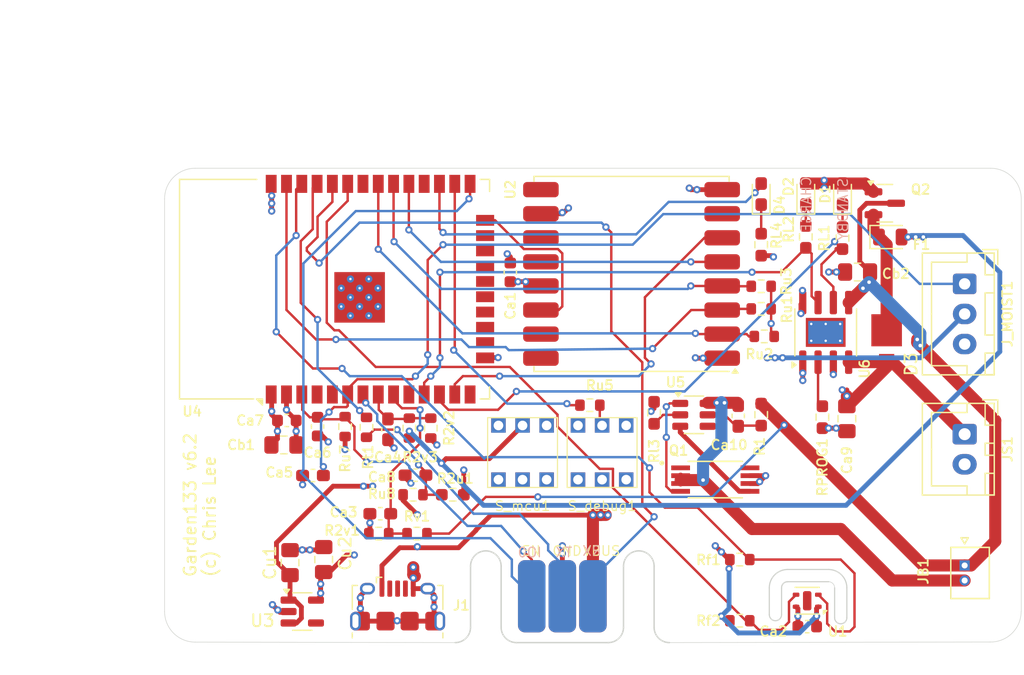
<source format=kicad_pcb>
(kicad_pcb (version 20241229) (generator "pcbnew") (generator_version "9.0")
  (layers (0 "F.Cu" signal) (4 "In1.Cu" signal) (6 "In2.Cu" signal) (2 "B.Cu" signal) (13 "F.Paste" user) (15 "B.Paste" user) (5 "F.SilkS" user "F.Silkscreen") (7 "B.SilkS" user "B.Silkscreen") (1 "F.Mask" user) (3 "B.Mask" user) (25 "Edge.Cuts" user))
  (net 0 "")
  (net 1 "LDO power")
  (net 2 "GND")
  (net 3 "Net-(D4-K)")
  (net 4 "VBATTERY+")
  (net 5 "EN")
  (net 6 "+3.3V")
  (net 7 "+5V")
  (net 8 "ADC1_CH4")
  (net 9 "Net-(D1-K)")
  (net 10 "Net-(D2-K)")
  (net 11 "VBUS")
  (net 15 "GPIO27")
  (net 16 "GPIO26")
  (net 17 "ADC1_CH5")
  (net 18 "Net-(U6-PROG)")
  (net 19 "RXC")
  (net 20 "TX")
  (net 21 "ADC1_CH6")
  (net 22 "GPIO21")
  (net 24 "GPIO22")
  (net 26 "GPIO14")
  (net 27 "GPIO2")
  (net 31 "GPIO18")
  (net 33 "GPIO19")
  (net 34 "GPIO23")
  (net 35 "GPIO5")
  (net 37 "ADC1_CH7")
  (net 38 "Net-(U5-VCC)")
  (net 39 "Net-(D3-K)")
  (net 40 "Net-(U5-CS)")
  (net 41 "RX")
  (net 42 "GPIO16")
  (net 43 "GPIO0")
  (net 52 "GPIO4")
  (net 56 "Net-(U5-OC)")
  (net 57 "Net-(U5-OD)")
  (net 66 "Net-(Ru5-Pad2)")
  (footprint "LED_SMD:LED_0603_1608Metric_Pad1.05x0.95mm_HandSolder" (layer "F.Cu") (at 73.555 22.465 90)
    (property "Reference" "D2")
    (property "Value" "RED")
  )
  (footprint "Resistor_SMD:R_0603_1608Metric_Pad0.98x0.95mm_HandSolder" (layer "F.Cu") (at 74.93 41.0015 -90)
    (property "Reference" "RPROG1")
    (property "Value" "1.2k")
  )
  (footprint "chl33_library:MOLEX_530470210" (layer "F.Cu") (at 86.741 53.32 90)
    (property "Reference" "JB1")
    (property "Value" "Conn_01x02_Pin" (hide yes))
  )
  (footprint "Package_TO_SOT_SMD:SOT-23" (layer "F.Cu") (at 80.1105 23.227)
    (property "Reference" "Q2")
    (property "Value" "AO3401A")
  )
  (footprint "Resistor_SMD:R_0603_1608Metric" (layer "F.Cu") (at 35.306 41.783 -90)
    (property "Reference" "Ru7")
    (property "Value" "10k" (hide yes))
  )
  (footprint "Resistor_SMD:R_0603_1608Metric" (layer "F.Cu") (at 38.1 50.673)
    (property "Reference" "R2v1")
    (property "Value" "200k" (hide yes))
  )
  (footprint "Sensor_Humidity:Sensirion_DFN-4-1EP_2x2mm_P1mm_EP0.7x1.6mm" (layer "F.Cu") (at 73.669 56.253 180)
    (property "Reference" "U1")
    (property "Value" "SHTC3")
  )
  (footprint "Capacitor_SMD:C_0805_2012Metric_Pad1.18x1.45mm_HandSolder" (layer "F.Cu") (at 30.226 43.307 180)
    (property "Reference" "Cb1")
    (property "Value" "10uF" (hide yes))
  )
  (footprint "chl33_library:MountingHole_2.5mm_stencil_hole" (layer "F.Cu") (at 88.9 22.86)
    (property "Reference" "REF**" (hide yes))
    (property "Value" "MountingHole_2.5mm_stencil_hole" (hide yes))
  )
  (footprint "chl33_library:DO-216" (layer "F.Cu") (at 80.264 33.782 -90)
    (property "Reference" "D3")
    (property "Value" "UPS115UE3/TR7")
  )
  (footprint "Capacitor_SMD:C_0603_1608Metric" (layer "F.Cu") (at 30.467 41.275 180)
    (property "Reference" "Ca7")
    (property "Value" "100nF" (hide yes))
  )
  (footprint "Resistor_SMD:R_0603_1608Metric_Pad0.98x0.95mm_HandSolder" (layer "F.Cu") (at 60.96 40.64 -90)
    (property "Reference" "Rl3")
    (property "Value" "1k" (hide yes))
  )
  (footprint "Capacitor_SMD:C_0603_1608Metric_Pad1.08x0.95mm_HandSolder" (layer "F.Cu") (at 32.639 45.847)
    (property "Reference" "Ca5")
    (property "Value" "100nF" (hide yes))
  )
  (footprint "Package_TO_SOT_SMD:SOT-23-6" (layer "F.Cu") (at 64.2675 40.8065)
    (property "Reference" "U5")
    (property "Value" "DW01A")
  )
  (footprint "Capacitor_SMD:C_0603_1608Metric" (layer "F.Cu") (at 49.022 28.969 -90)
    (property "Reference" "Ca1")
    (property "Value" "100nF" (hide yes))
  )
  (footprint "Resistor_SMD:R_0603_1608Metric" (layer "F.Cu") (at 37.084 41.846 -90)
    (property "Reference" "Rt1")
    (property "Value" "470" (hide yes))
  )
  (footprint "Capacitor_SMD:C_0603_1608Metric_Pad1.08x0.95mm_HandSolder" (layer "F.Cu") (at 38.862 42.0105 90)
    (property "Reference" "Ca4")
    (property "Value" "100nF" (hide yes))
  )
  (footprint "Capacitor_SMD:C_0603_1608Metric" (layer "F.Cu") (at 73.673 58.404 180)
    (property "Reference" "Ca2")
    (property "Value" "100nF" (hide yes))
  )
  (footprint "chl33_library:SOP65P640X120-8N" (layer "F.Cu") (at 66.04 46.187)
    (property "Reference" "Q1")
    (property "Value" "FS8205A")
  )
  (footprint "LED_SMD:LED_0603_1608Metric_Pad1.05x0.95mm_HandSolder" (layer "F.Cu") (at 76.603 22.465 90)
    (property "Reference" "D1")
    (property "Value" "GRN")
  )
  (footprint "Connector_USB:USB_Micro-B_Amphenol_10118194_Horizontal" (layer "F.Cu") (at 39.664 56.645)
    (property "Reference" "J1")
    (property "Value" "USB_B_Micro")
  )
  (footprint "Package_TO_SOT_SMD:TSOT-23-5" (layer "F.Cu") (at 31.75 57.15)
    (property "Reference" "U3")
    (property "Value" "NCP114ASN330T1G")
  )
  (footprint "Capacitor_SMD:C_0603_1608Metric" (layer "F.Cu") (at 33.02 41.783 90)
    (property "Reference" "Ca6")
    (property "Value" "100nF" (hide yes))
  )
  (footprint "Resistor_SMD:R_0603_1608Metric" (layer "F.Cu") (at 40.64 41.91 -90)
    (property "Reference" "R2v3")
    (property "Value" "200k" (hide yes))
  )
  (footprint "Capacitor_SMD:C_0805_2012Metric_Pad1.18x1.45mm_HandSolder" (layer "F.Cu") (at 30.734 53.086 90)
    (property "Reference" "Cu1")
    (property "Value" "1uF" (hide yes))
  )
  (footprint "Resistor_SMD:R_0603_1608Metric" (layer "F.Cu") (at 40.9448 47.4472)
    (property "Reference" "Ru8")
    (property "Value" "20k" (hide yes))
  )
  (footprint "Connector_JST:JST_XH_B2B-XH-A_1x02_P2.50mm_Vertical" (layer "F.Cu") (at 86.741 42.414 -90)
    (property "Reference" "JS1")
    (property "Value" "Conn_01x02_Pin" (hide yes))
  )
  (footprint "Capacitor_SMD:C_0805_2012Metric_Pad1.18x1.45mm_HandSolder" (layer "F.Cu") (at 77.8515 28.942 180)
    (property "Reference" "Cb2")
    (property "Value" "10uF" (hide yes))
  )
  (footprint "Capacitor_SMD:C_0603_1608Metric_Pad1.08x0.95mm_HandSolder" (layer "F.Cu") (at 67.945 40.894 90)
    (property "Reference" "Ca10")
    (property "Value" "100nF" (hide yes))
  )
  (footprint "chl33_library:MountingHole_2.5mm_stencil_hole" (layer "F.Cu") (at 22.86 57.15)
    (property "Reference" "REF**" (hide yes))
    (property "Value" "MountingHole_2.5mm_stencil_hole" (hide yes))
  )
  (footprint "Resistor_SMD:R_0603_1608Metric" (layer "F.Cu") (at 68.072 57.912 180)
    (property "Reference" "Rf2")
    (property "Value" "2.2k" (hide yes))
  )
  (footprint "Capacitor_SMD:C_0603_1608Metric_Pad1.08x0.95mm_HandSolder" (layer "F.Cu") (at 41.148 45.8216)
    (property "Reference" "Ca8")
    (property "Value" "100nF" (hide yes))
  )
  (footprint "Diode_SMD:D_0805_2012Metric" (layer "F.Cu") (at 80.5665 26.035)
    (property "Reference" "F1")
    (property "Value" "0.5A" (hide yes))
  )
  (footprint "Resistor_SMD:R_0603_1608Metric" (layer "F.Cu") (at 55.626 40.005)
    (property "Reference" "Ru5")
    (property "Value" "10k" (hide yes))
  )
  (footprint "AliExpressSwitch:SW_SPDT_5.8x5.8_locking" (layer "F.Cu") (at 50.038 43.942)
    (property "Reference" "S_mcu1")
    (property "Value" "SW_DPDY")
  )
  (footprint "RF_Module:ESP32-WROOM-32" (layer "F.Cu") (at 37.42 30.366 90)
    (property "Reference" "U4")
    (property "Value" "ESP32-WROOM-32")
  )
  (footprint "Resistor_SMD:R_0603_1608Metric_Pad0.98x0.95mm_HandSolder" (layer "F.Cu") (at 69.85 40.7905 -90)
    (property "Reference" "R1")
    (property "Value" "100" (hide yes))
  )
  (footprint "AliExpressSwitch:SW_SPDT_5.8x5.8_locking" (layer "F.Cu") (at 56.642 43.942)
    (property "Reference" "S_debug1")
    (property "Value" "SW_DPDT")
  )
  (footprint "LED_SMD:LED_0603_1608Metric_Pad1.05x0.95mm_HandSolder" (layer "F.Cu") (at 69.85 22.465 90)
    (property "Reference" "D4")
    (property "Value" "YLW")
  )
  (footprint "Resistor_SMD:R_0603_1608Metric" (layer "F.Cu") (at 69.85 30.1244 180)
    (property "Reference" "Ru3")
    (property "Value" "10k" (hide yes))
  )
  (footprint "Resistor_SMD:R_0603_1608Metric" (layer "F.Cu") (at 41.275 50.673)
    (property "Reference" "Rv1")
    (property "Value" "100k" (hide yes))
  )
  (footprint "Resistor_SMD:R_0603_1608Metric" (layer "F.Cu") (at 42.418 41.91 90)
    (property "Reference" "R2v2")
    (property "Value" "200k" (hide yes))
  )
  (footprint "Resistor_SMD:R_0603_1608Metric_Pad0.98x0.95mm_HandSolder" (layer "F.Cu") (at 76.603 26.1245 -90)
    (property "Reference" "RL1")
    (property "Value" "1k" (hide yes))
  )
  (footprint "Resistor_SMD:R_0603_1608Metric" (layer "F.Cu") (at 70.104 34.29 180)
    (property "Reference" "Ru2")
    (property "Value" "10k" (hide yes))
  )
  (footprint "Resistor_SMD:R_0603_1608Metric_Pad0.98x0.95mm_HandSolder" (layer "F.Cu") (at 44.2468 47.4472 180)
    (property "Reference" "R2u1")
    (property "Value" "20k" (hide yes))
  )
  (footprint "Resistor_SMD:R_0603_1608Metric_Pad0.98x0.95mm_HandSolder" (layer "F.Cu") (at 73.555 26.021 -90)
    (property "Reference" "RL2")
    (property "Value" "1k" (hide yes))
  )
  (footprint "Package_SO:SOIC-8-1EP_3.9x4.9mm_P1.27mm_EP2.41x3.3mm_ThermalVias" (layer "F.Cu") (at 75.206 33.957 90)
    (property "Reference" "U6")
    (property "Value" "TP4056")
  )
  (footprint "Capacitor_SMD:C_0805_2012Metric_Pad1.18x1.45mm_HandSolder" (layer "F.Cu") (at 76.962 41.1265 -90)
    (property "Reference" "Ca9")
    (property "Value" "100nF" (hide yes))
  )
  (footprint "RF_Module:HOPERF_RFM9XW_SMD" (layer "F.Cu") (at 59.087 29.098 180)
    (property "Reference" "U2")
    (property "Value" "RFM95W-915S2")
  )
  (footprint "Resistor_SMD:R_0603_1608Metric_Pad0.98x0.95mm_HandSolder" (layer "F.Cu") (at 69.85 26.67 -90)
    (property "Reference" "RL4")
    (property "Value" "1k" (hide yes))
  )
  (footprint "chl33_library:EdgeConnector_2x3" (layer "F.Cu") (at 53.34 58.46 180)
    (property "Reference" "J2" (hide yes))
    (property "Value" "Edge2x6_Connector" (hide yes))
    (fp_line (start 7.62 5.08) (end 7.62 0) (stroke (width 0.12)) (layer "Edge.Cuts"))
    (fp_line (start 5.08 0) (end 5.08 5.08) (stroke (width 0.12)) (layer "Edge.Cuts"))
    (fp_line (start -3.81 -1.27) (end 3.81 -1.27) (stroke (width 0.12)) (layer "Edge.Cuts"))
    (fp_line (start -5.08 5.08) (end -5.08 0) (stroke (width 0.12)) (layer "Edge.Cuts"))
    (fp_line (start -7.62 5.08) (end -7.62 0) (stroke (width 0.12)) (layer "Edge.Cuts"))
    (fp_arc (start 7.62 5.08) (mid 6.35 6.35) (end 5.08 5.08) (stroke (width 0.12)) (layer "Edge.Cuts"))
    (fp_arc (start 7.62 0) (mid 7.991974 -0.898026) (end 8.89 -1.27) (stroke (width 0.12)) (layer "Edge.Cuts"))
    (fp_arc (start 3.81 -1.27) (mid 4.708026 -0.898026) (end 5.08 0) (stroke (width 0.12)) (layer "Edge.Cuts"))
    (fp_arc (start -5.08 5.08) (mid -6.35 6.35) (end -7.62 5.08) (stroke (width 0.12)) (layer "Edge.Cuts"))
    (fp_arc (start -5.08 0) (mid -4.708026 -0.898026) (end -3.81 -1.27) (stroke (width 0.12)) (layer "Edge.Cuts"))
    (fp_arc (start -8.89 -1.27) (mid -7.991974 -0.898026) (end -7.62 0) (stroke (width 0.12)) (layer "Edge.Cuts"))
  )
  (footprint "Resistor_SMD:R_0603_1608Metric" (layer "F.Cu") (at 69.85 32.004 180)
    (property "Reference" "Ru1")
    (property "Value" "10k" (hide yes))
  )
  (footprint "Capacitor_SMD:C_0603_1608Metric_Pad1.08x0.95mm_HandSolder" (layer "F.Cu") (at 38.227 49.022)
    (property "Reference" "Ca3")
    (property "Value" "100nF" (hide yes))
  )
  (footprint "Connector_JST:JST_XH_B3B-XH-A_1x03_P2.50mm_Vertical" (layer "F.Cu") (at 86.741 29.925 -90)
    (property "Reference" "J_MOIST1")
    (property "Value" "Conn_01x03_Male" (hide yes))
  )
  (footprint "Capacitor_SMD:C_0805_2012Metric_Pad1.18x1.45mm_HandSolder" (layer "F.Cu") (at 33.528 52.832 90)
    (property "Reference" "Cu2")
    (property "Value" "1uF" (hide yes))
  )
  (footprint "Resistor_SMD:R_0603_1608Metric" (layer "F.Cu") (at 68.072 52.832 180)
    (property "Reference" "Rf1")
    (property "Value" "2.2k" (hide yes))
  )
  (gr_line (start 75.459819 54.6716) (end 72.048841 54.6716) (stroke (width 0.1)) (layer "Edge.Cuts"))
  (gr_arc (start 22.86 59.69) (mid 21.063949 58.946051) (end 20.32 57.15) (stroke (width 0.05)) (layer "Edge.Cuts"))
  (gr_line (start 70.524841 57.403959) (end 70.524841 55.1796) (stroke (width 0.1)) (layer "Edge.Cuts"))
  (gr_arc (start 76.962 57.657969) (mid 76.454 58.166) (end 75.946 57.657969) (stroke (width 0.1)) (layer "Edge.Cuts"))
  (gr_line (start 71.540841 55.1796) (end 71.540841 57.403959) (stroke (width 0.1)) (layer "Edge.Cuts"))
  (gr_arc (start 71.540841 57.403959) (mid 71.03284 57.912) (end 70.524841 57.403959) (stroke (width 0.1)) (layer "Edge.Cuts"))
  (gr_line (start 62.23 59.73) (end 88.863964 59.680655) (stroke (width 0.05)) (layer "Edge.Cuts"))
  (gr_line (start 22.86 59.69) (end 44.45 59.73) (stroke (width 0.05)) (layer "Edge.Cuts"))
  (gr_arc (start 20.32 22.86) (mid 21.063949 21.063949) (end 22.86 20.32) (stroke (width 0.05)) (layer "Edge.Cuts"))
  (gr_arc (start 70.524841 55.1796) (mid 70.971219 54.101978) (end 72.048841 53.6556) (stroke (width 0.1)) (layer "Edge.Cuts"))
  (gr_line (start 91.44 57.15) (end 91.44 22.86) (stroke (width 0.05)) (layer "Edge.Cuts"))
  (gr_arc (start 88.9 20.32) (mid 90.696051 21.063949) (end 91.44 22.86) (stroke (width 0.05)) (layer "Edge.Cuts"))
  (gr_line (start 72.048841 53.6556) (end 75.438 53.6556) (stroke (width 0.1)) (layer "Edge.Cuts"))
  (gr_arc (start 71.540841 55.1796) (mid 71.68964 54.820399) (end 72.048841 54.6716) (stroke (width 0.1)) (layer "Edge.Cuts"))
  (gr_line (start 76.962 55.1796) (end 76.962 57.657969) (stroke (width 0.1)) (layer "Edge.Cuts"))
  (gr_arc (start 75.438 53.6556) (mid 76.515601 54.101999) (end 76.962 55.1796) (stroke (width 0.1)) (layer "Edge.Cuts"))
  (gr_arc (start 91.430912 57.15) (mid 90.676839 58.952321) (end 88.863964 59.680655) (stroke (width 0.05)) (layer "Edge.Cuts"))
  (gr_arc (start 75.459799 54.672072) (mid 75.804807 54.828211) (end 75.946 55.1796) (stroke (width 0.05)) (layer "Edge.Cuts"))
  (gr_line (start 20.32 22.86) (end 20.32 57.15) (stroke (width 0.05)) (layer "Edge.Cuts"))
  (gr_line (start 75.946 57.657969) (end 75.946 55.1796) (stroke (width 0.1)) (layer "Edge.Cuts"))
  (gr_line (start 88.9 20.32) (end 22.86 20.32) (stroke (width 0.05)) (layer "Edge.Cuts"))
  (gr_text "EN" (at 49.911 52.578 0) (layer "F.SilkS") (effects (font (size 0.8 0.8) (thickness 0.1)) (justify left bottom)))
  (gr_text "GND" (at 52.451 52.578 0) (layer "F.SilkS") (effects (font (size 0.8 0.8) (thickness 0.1)) (justify left bottom)))
  (gr_text "Garden133 v6.2\n(c) Chris Lee" (at 24.638 54.366 90) (layer "F.SilkS") (effects (font (size 1 1) (thickness 0.15) (bold yes)) (justify left bottom)))
  (gr_text "VBUS" (at 54.991 52.578 0) (layer "F.SilkS") (effects (font (size 0.8 0.8) (thickness 0.1)) (justify left bottom)))
  (gr_text "RX" (at 56.642 52.578 0) (layer "B.SilkS") (effects (font (size 0.8 0.8) (thickness 0.1)) (justify left bottom mirror)))
  (gr_text "CHARGE" (at 74.063 20.941 90) (layer "B.SilkS") (effects (font (size 0.8 0.8) (thickness 0.1)) (justify left bottom mirror)))
  (gr_text "IO0" (at 51.689 52.705 0) (layer "B.SilkS") (effects (font (size 0.8 0.8) (thickness 0.1)) (justify left bottom mirror)))
  (gr_text "STANDBY" (at 77.111 21.068 90) (layer "B.SilkS") (effects (font (size 0.8 0.8) (thickness 0.1)) (justify left bottom mirror)))
  (gr_text "TX" (at 54.229 52.705 0) (layer "B.SilkS") (effects (font (size 0.8 0.8) (thickness 0.1)) (justify left bottom mirror)))
  (segment (start 30.734 56.0785) (end 30.6125 56.2) (width 0.4) (layer "F.Cu") (net 1))
  (segment (start 31.274999 58.1) (end 31.676 57.698999) (width 0.4) (layer "F.Cu") (net 1))
  (segment (start 30.734 54.1235) (end 29.608 52.9975) (width 0.4) (layer "F.Cu") (net 1))
  (segment (start 31.108388 56.2) (end 30.6125 56.2) (width 0.4) (layer "F.Cu") (net 1))
  (segment (start 29.608 51.43442) (end 34.30642 46.736) (width 0.4) (layer "F.Cu") (net 1))
  (segment (start 30.734 54.1235) (end 30.734 56.0785) (width 0.4) (layer "F.Cu") (net 1))
  (segment (start 31.676 57.698999) (end 31.676 56.767612) (width 0.4) (layer "F.Cu") (net 1))
  (segment (start 34.30642 46.736) (end 37.084 46.736) (width 0.4) (layer "F.Cu") (net 1))
  (segment (start 31.676 56.767612) (end 31.108388 56.2) (width 0.4) (layer "F.Cu") (net 1))
  (segment (start 37.084 46.736) (end 37.592 46.736) (width 0.4) (layer "F.Cu") (net 1))
  (segment (start 29.608 52.9975) (end 29.608 51.43442) (width 0.4) (layer "F.Cu") (net 1))
  (segment (start 30.6125 58.1) (end 31.274999 58.1) (width 0.4) (layer "F.Cu") (net 1))
  (via (at 36.83 46.736) (size 0.6) (drill 0.3) (layers "F.Cu" "B.Cu") (net 1))
  (via (at 37.592 46.736) (size 0.6) (drill 0.3) (layers "F.Cu" "B.Cu") (net 1))
  (segment (start 38.664 57.945) (end 39.591 57.945) (width 0.4) (layer "F.Cu") (net 2))
  (segment (start 65.024 46.228) (end 69.088 50.292) (width 1) (layer "F.Cu") (net 2))
  (segment (start 72.898 57.531) (end 72.898 56.907) (width 0.4) (layer "F.Cu") (net 2))
  (segment (start 30.734 52.027) (end 31.75 52.027) (width 0.4) (layer "F.Cu") (net 2))
  (segment (start 53.372 24.098) (end 53.848 23.622) (width 0.4) (layer "F.Cu") (net 2))
  (segment (start 29.692 41.275) (end 29.692 42.164) (width 0.4) (layer "F.Cu") (net 2))
  (segment (start 60.96 39.7275) (end 60.96 40.259) (width 0.4) (layer "F.Cu") (net 2))
  (segment (start 60.96 40.259) (end 60.706 40.513) (width 0.4) (layer "F.Cu") (net 2))
  (segment (start 70.7625 27.5825) (end 70.866 27.686) (width 0.4) (layer "F.Cu") (net 2))
  (segment (start 66.167 39.8065) (end 65.405 39.8065) (width 1) (layer "F.Cu") (net 2))
  (segment (start 42.689 57.945) (end 42.689 56.769) (width 0.4) (layer "F.Cu") (net 2))
  (segment (start 45.1593 45.3917) (end 45.1593 47.4472) (width 0.4) (layer "F.Cu") (net 2))
  (segment (start 37.3645 49.022) (end 37.3645 49.784) (width 0.4) (layer "F.Cu") (net 2))
  (segment (start 29.906 57.211) (end 29.718 57.023) (width 0.4) (layer "F.Cu") (net 2))
  (segment (start 42.689 55.77) (end 42.164 55.245) (width 0.4) (layer "F.Cu") (net 2))
  (segment (start 37.3645 50.5835) (end 37.275 50.673) (width 0.4) (layer "F.Cu") (net 2))
  (segment (start 53.34 55.88) (end 53.34 52.324) (width 0.4) (layer "F.Cu") (net 2))
  (segment (start 69.85 46.228) (end 69.566 46.512) (width 0.4) (layer "F.Cu") (net 2))
  (segment (start 75.841 36.432) (end 75.841 37.451) (width 0.4) (layer "F.Cu") (net 2))
  (segment (start 29.21 21.59) (end 29.21 22.606) (width 0.4) (layer "F.Cu") (net 2))
  (segment (start 80.732 54.57) (end 86.741 54.57) (width 1) (layer "F.Cu") (net 2))
  (segment (start 36.639 56.959) (end 36.576 56.896) (width 0.4) (layer "F.Cu") (net 2))
  (segment (start 29.718 57.023) (end 29.2735 56.5785) (width 0.4) (layer "F.Cu") (net 2))
  (segment (start 33.231 52.027) (end 33.274 52.07) (width 0.4) (layer "F.Cu") (net 2))
  (segment (start 66.612 36.098) (end 65.024 36.098) (width 0.4) (layer "F.Cu") (net 2))
  (segment (start 63.16 46.228) (end 65.024 46.228) (width 1) (layer "F.Cu") (net 2))
  (segment (start 40.964 54.085858) (end 41.099071 54.220929) (width 1) (layer "F.Cu") (net 2))
  (segment (start 64.419 36.098) (end 64.389 36.068) (width 0.4) (layer "F.Cu") (net 2))
  (segment (start 36.576 56.007) (end 36.576 55.833) (width 0.4) (layer "F.Cu") (net 2))
  (segment (start 42.164 55.245) (end 40.964 55.245) (width 0.4) (layer "F.Cu") (net 2))
  (segment (start 29.692 42.8035) (end 29.1885 43.307) (width 0.4) (layer "F.Cu") (net 2))
  (segment (start 29.21 40.793) (end 29.692 41.275) (width 0.4) (layer "F.Cu") (net 2))
  (segment (start 29.21 22.606) (end 29.21 23.241) (width 0.4) (layer "F.Cu") (net 2))
  (segment (start 40.964 53.467) (end 40.964 54.356) (width 0.4) (layer "F.Cu") (net 2))
  (segment (start 64.516 22.098) (end 64.008 22.098) (width 0.4) (layer "F.Cu") (net 2))
  (segment (start 31.75 52.027) (end 33.231 52.027) (width 0.4) (layer "F.Cu") (net 2))
  (segment (start 73.301 36.432) (end 73.301 37.084) (width 0.4) (layer "F.Cu") (net 2))
  (segment (start 68.92 45.862) (end 70.216 45.862) (width 0.4) (layer "F.Cu") (net 2))
  (segment (start 38.862 43.053) (end 39.37 43.561) (width 0.4) (layer "F.Cu") (net 2))
  (segment (start 36.639 57.945) (end 36.639 56.959) (width 0.4) (layer "F.Cu") (net 2))
  (segment (start 42.689 56.007) (end 42.689 55.77) (width 0.4) (layer "F.Cu") (net 2))
  (segment (start 36.639 57.945) (end 38.664 57.945) (width 0.4) (layer "F.Cu") (net 2))
  (segment (start 63.16 46.512) (end 63.16 46.228) (width 0.5) (layer "F.Cu") (net 2))
  (segment (start 40.964 53.467) (end 40.964 54.085858) (width 1) (layer "F.Cu") (net 2))
  (segment (start 38.862 42.873) (end 38.862 43.053) (width 0.4) (layer "F.Cu") (net 2))
  (segment (start 74.93 41.914) (end 75.438 41.914) (width 0.4) (layer "F.Cu") (net 2))
  (segment (start 40.2855 46.0005) (end 40.767 46.482) (width 0.4) (layer "F.Cu") (net 2))
  (segment (start 76.095 28.942) (end 76.814 28.942) (width 0.4) (layer "F.Cu") (net 2))
  (segment (start 33.274 42.558) (end 33.414 42.558) (width 0.4) (layer "F.Cu") (net 2))
  (segment (start 49.022 28.194) (end 49.022 27.686) (width 0.4) (layer "F.Cu") (net 2))
  (segment (start 64.008 22.098) (end 63.881 21.971) (width 0.4) (layer "F.Cu") (net 2))
  (segment (start 42.689 56.769) (end 42.689 56.007) (width 0.4) (layer "F.Cu") (net 2))
  (segment (start 53.34 52.324) (end 53.34 51.689) (width 0.4) (layer "F.Cu") (net 2))
  (segment (start 66.802 39.8065) (end 66.167 39.8065) (width 1) (layer "F.Cu") (net 2))
  (segment (start 66.612 36.098) (end 64.419 36.098) (width 0.4) (layer "F.Cu") (net 2))
  (segment (start 63.16 46.228) (end 63.16 45.862) (width 0.5) (layer "F.Cu") (net 2))
  (segment (start 69.85 27.5825) (end 70.7625 27.5825) (width 0.4) (layer "F.Cu") (net 2))
  (segment (start 72.898 56.907) (end 72.744 56.753) (width 0.4) (layer "F.Cu") (net 2))
  (segment (start 40.964 54.356) (end 40.964 55.245) (width 0.4) (layer "F.Cu") (net 2))
  (segment (start 38.664 57.945) (end 40.664 57.945) (width 0.4) (layer "F.Cu") (net 2))
  (segment (start 51.562 24.098) (end 53.372 24.098) (width 0.4) (layer "F.Cu") (net 2))
  (segment (start 75.46 28.942) (end 76.095 28.942) (width 0.4) (layer "F.Cu") (net 2))
  (segment (start 69.088 50.292) (end 76.454 50.292) (width 1) (layer "F.Cu") (net 2))
  (segment (start 46.97 36.05) (end 48.006 36.05) (width 0.4) (layer "F.Cu") (net 2))
  (segment (start 36.576 55.833) (end 37.164 55.245) (width 0.4) (layer "F.Cu") (net 2))
  (segment (start 36.576 56.896) (end 36.576 56.007) (width 0.4) (layer "F.Cu") (net 2))
  (segment (start 69.566 46.512) (end 68.92 46.512) (width 0.4) (layer "F.Cu") (net 2))
  (segment (start 31.7765 45.847) (end 31.7765 46.609) (width 0.4) (layer "F.Cu") (net 2))
  (segment (start 29.21 39.09) (end 29.21 40.793) (width 0.4) (layer "F.Cu") (net 2))
  (segment (start 67.895 39.8065) (end 66.802 39.8065) (width 1) (layer "F.Cu") (net 2))
  (segment (start 73.301 37.084) (end 73.301 37.951) (width 0.4) (layer "F.Cu") (net 2))
  (segment (start 29.21 23.241) (end 29.21 23.876) (width 0.4) (layer "F.Cu") (net 2))
  (segment (start 70.216 45.862) (end 69.85 46.228) (width 0.4) (layer "F.Cu") (net 2))
  (segment (start 66.612 22.098) (end 64.516 22.098) (width 0.4) (layer "F.Cu") (net 2))
  (segment (start 49.022 27.686) (end 48.768 27.432) (width 0.4) (layer "F.Cu") (net 2))
  (segment (start 30.6125 57.211) (end 29.906 57.211) (width 0.4) (layer "F.Cu") (net 2))
  (segment (start 37.3645 49.784) (end 37.3645 50.5835) (width 0.4) (layer "F.Cu") (net 2))
  (segment (start 39.657 57.945) (end 40.664 57.945) (width 0.4) (layer "F.Cu") (net 2))
  (segment (start 40.664 57.945) (end 42.689 57.945) (width 0.4) (layer "F.Cu") (net 2))
  (segment (start 33.414 42.558) (end 33.909 43.053) (width 0.4) (layer "F.Cu") (net 2))
  (segment (start 72.898 58.404) (end 72.898 57.531) (width 0.4) (layer "F.Cu") (net 2))
  (segment (start 42.418 42.799) (end 42.926 43.307) (width 0.4) (layer "F.Cu") (net 2))
  (segment (start 39.591 57.945) (end 39.624 57.912) (width 0.4) (layer "F.Cu") (net 2))
  (segment (start 76.454 50.292) (end 80.732 54.57) (width 1) (layer "F.Cu") (net 2))
  (segment (start 29.692 42.164) (end 29.692 42.8035) (width 0.4) (layer "F.Cu") (net 2))
  (segment (start 40.2855 45.8216) (end 40.2855 46.0005) (width 0.4) (layer "F.Cu") (net 2))
  (segment (start 39.624 57.912) (end 39.657 57.945) (width 0.4) (layer "F.Cu") (net 2))
  (segment (start 75.438 41.914) (end 76.712 41.914) (width 0.4) (layer "F.Cu") (net 2))
  (segment (start 76.712 41.914) (end 76.962 42.164) (width 0.4) (layer "F.Cu") (net 2))
  (segment (start 42.418 42.735) (end 42.418 42.799) (width 0.4) (layer "F.Cu") (net 2))
  (via (at 29.21 23.241) (size 0.6) (drill 0.3) (layers "F.Cu" "B.Cu") (net 2))
  (via (at 40.964 54.356) (size 0.6) (drill 0.3) (layers "F.Cu" "B.Cu") (net 2))
  (via (at 53.848 23.622) (size 0.6) (drill 0.3) (layers "F.Cu" "B.Cu") (net 2))
  (via (at 53.34 24.003) (size 0.6) (drill 0.3) (layers "F.Cu" "B.Cu") (net 2))
  (via (at 75.438 41.914) (size 0.6) (drill 0.3) (layers "F.Cu" "B.Cu") (net 2))
  (via (at 36.576 56.896) (size 0.6) (drill 0.3) (layers "F.Cu" "B.Cu") (net 2))
  (via (at 48.006 36.05) (size 0.6) (drill 0.3) (layers "F.Cu" "B.Cu") (net 2))
  (via (at 48.768 27.432) (size 0.6) (drill 0.3) (layers "F.Cu" "B.Cu") (net 2))
  (via (at 64.516 22.098) (size 0.6) (drill 0.3) (layers "F.Cu" "B.Cu") (net 2))
  (via (at 73.301 37.338) (size 0.6) (drill 0.3) (layers "F.Cu" "B.Cu") (net 2))
  (via (at 63.881 21.971) (size 0.6) (drill 0.3) (layers "F.Cu" "B.Cu") (net 2))
  (via (at 45.1593 45.3917) (size 0.6) (drill 0.3) (layers "F.Cu" "B.Cu") (net 2))
  (via (at 33.909 43.053) (size 0.6) (drill 0.3) (layers "F.Cu" "B.Cu") (net 2))
  (via (at 32.385 52.027) (size 0.6) (drill 0.3) (layers "F.Cu" "B.Cu") (net 2))
  (via (at 60.706 40.513) (size 0.6) (drill 0.3) (layers "F.Cu" "B.Cu") (net 2))
  (via (at 42.926 43.307) (size 0.6) (drill 0.3) (layers "F.Cu" "B.Cu") (net 2))
  (via (at 39.624 57.912) (size 0.6) (drill 0.3) (layers "F.Cu" "B.Cu") (net 2))
  (via (at 73.301 37.951) (size 0.6) (drill 0.3) (layers "F.Cu" "B.Cu") (net 2))
  (via (at 75.46 28.942) (size 0.6) (drill 0.3) (layers "F.Cu" "B.Cu") (net 2))
  (via (at 31.7765 46.609) (size 0.6) (drill 0.3) (layers "F.Cu" "B.Cu") (net 2))
  (via (at 39.37 43.561) (size 0.6) (drill 0.3) (layers "F.Cu" "B.Cu") (net 2))
  (via (at 65.024 36.098) (size 0.6) (drill 0.3) (layers "F.Cu" "B.Cu") (net 2))
  (via (at 65.024 46.228) (size 0.6) (drill 0.3) (layers "F.Cu" "B.Cu") (net 2))
  (via (at 29.718 57.023) (size 0.6) (drill 0.3) (layers "F.Cu" "B.Cu") (net 2))
  (via (at 53.34 51.689) (size 0.6) (drill 0.3) (layers "F.Cu" "B.Cu") (net 2))
  (via (at 42.689 56.007) (size 0.6) (drill 0.3) (layers "F.Cu" "B.Cu") (net 2))
  (via (at 70.216 45.862) (size 0.6) (drill 0.3) (layers "F.Cu" "B.Cu") (net 2))
  (via (at 70.866 27.686) (size 0.6) (drill 0.3) (layers "F.Cu" "B.Cu") (net 2))
  (via (at 72.898 57.531) (size 0.6) (drill 0.3) (layers "F.Cu" "B.Cu") (net 2))
  (via (at 66.802 39.8065) (size 0.6) (drill 0.3) (layers "F.Cu" "B.Cu") (net 2))
  (via (at 53.34 52.324) (size 0.6) (drill 0.3) (layers "F.Cu" "B.Cu") (net 2))
  (via (at 29.21 23.876) (size 0.6) (drill 0.3) (layers "F.Cu" "B.Cu") (net 2))
  (via (at 66.167 39.8065) (size 0.6) (drill 0.3) (layers "F.Cu" "B.Cu") (net 2))
  (via (at 64.389 36.068) (size 0.6) (drill 0.3) (layers "F.Cu" "B.Cu") (net 2))
  (via (at 31.75 52.027) (size 0.6) (drill 0.3) (layers "F.Cu" "B.Cu") (net 2))
  (via (at 29.2735 56.5785) (size 0.6) (drill 0.3) (layers "F.Cu" "B.Cu") (net 2))
  (via (at 76.073 41.914) (size 0.6) (drill 0.3) (layers "F.Cu" "B.Cu") (net 2))
  (via (at 40.964 53.467) (size 0.6) (drill 0.3) (layers "F.Cu" "B.Cu") (net 2))
  (via (at 76.095 28.942) (size 0.6) (drill 0.3) (layers "F.Cu" "B.Cu") (net 2))
  (via (at 42.689 56.769) (size 0.6) (drill 0.3) (layers "F.Cu" "B.Cu") (net 2))
  (via (at 29.21 40.513) (size 0.6) (drill 0.3) (layers "F.Cu" "B.Cu") (net 2))
  (via (at 69.723 46.355) (size 0.6) (drill 0.3) (layers "F.Cu" "B.Cu") (net 2))
  (via (at 37.3645 49.784) (size 0.6) (drill 0.3) (layers "F.Cu" "B.Cu") (net 2))
  (via (at 40.767 46.482) (size 0.6) (drill 0.3) (layers "F.Cu" "B.Cu") (net 2))
  (via (at 29.692 42.164) (size 0.6) (drill 0.3) (layers "F.Cu" "B.Cu") (net 2))
  (via (at 36.576 56.007) (size 0.6) (drill 0.3) (layers "F.Cu" "B.Cu") (net 2))
  (via (at 75.841 37.451) (size 0.6) (drill 0.3) (layers "F.Cu" "B.Cu") (net 2))
  (via (at 29.21 22.606) (size 0.6) (drill 0.3) (layers "F.Cu" "B.Cu") (net 2))
  (segment (start 65.024 44.704) (end 66.548 43.18) (width 1) (layer "B.Cu") (net 2))
  (segment (start 66.548 43.18) (end 66.548 39.751) (width 1) (layer "B.Cu") (net 2))
  (segment (start 65.024 46.228) (end 65.024 44.704) (width 1) (layer "B.Cu") (net 2))
  (segment (start 69.85 23.34) (end 69.85 25.7575) (width 0.2) (layer "F.Cu") (net 3))
  (segment (start 78.8075 29.7855) (end 78.889 29.704) (width 1) (layer "F.Cu") (net 4))
  (segment (start 83.292 53.32) (end 86.741 53.32) (width 1) (layer "F.Cu") (net 4))
  (segment (start 42.1 50.673) (end 43.942 50.673) (width 0.2) (layer "F.Cu") (net 4))
  (segment (start 89.281 51.308) (end 87.269 53.32) (width 1) (layer "F.Cu") (net 4))
  (segment (start 78.889 28.942) (end 78.0355 28.0885) (width 0.4) (layer "F.Cu") (net 4))
  (segment (start 83.058 35.052) (end 89.281 41.275) (width 1) (layer "F.Cu") (net 4))
  (segment (start 43.942 50.673) (end 46.99 47.625) (width 0.2) (layer "F.Cu") (net 4))
  (segment (start 77.111 31.482) (end 77.8095 30.7835) (width 1) (layer "F.Cu") (net 4))
  (segment (start 82.804 34.544) (end 82.804 34.798) (width 1) (layer "F.Cu") (net 4))
  (segment (start 78.889 29.704) (end 78.889 28.942) (width 1) (layer "F.Cu") (net 4))
  (segment (start 78.603526 23.227) (end 81.048 23.227) (width 0.4) (layer "F.Cu") (net 4))
  (segment (start 78.0355 28.0885) (end 78.0355 23.795026) (width 0.4) (layer "F.Cu") (net 4))
  (segment (start 82.804 34.798) (end 83.058 35.052) (width 1) (layer "F.Cu") (net 4))
  (segment (start 46.99 47.625) (end 51.308 47.625) (width 0.2) (layer "F.Cu") (net 4))
  (segment (start 78.2995 30.2935) (end 78.4265 30.1665) (width 1) (layer "F.Cu") (net 4))
  (segment (start 78.0355 23.795026) (end 78.603526 23.227) (width 0.4) (layer "F.Cu") (net 4))
  (segment (start 89.281 41.275) (end 89.281 51.308) (width 1) (layer "F.Cu") (net 4))
  (segment (start 83.292 53.32) (end 69.85 39.878) (width 1) (layer "F.Cu") (net 4))
  (segment (start 77.8095 30.7835) (end 78.2995 30.2935) (width 1) (layer "F.Cu") (net 4))
  (segment (start 87.269 53.32) (end 86.741 53.32) (width 1) (layer "F.Cu") (net 4))
  (via (at 78.2995 30.2935) (size 0.6) (drill 0.3) (layers "F.Cu" "B.Cu") (net 4))
  (via (at 51.308 47.625) (size 0.6) (drill 0.3) (layers "F.Cu" "B.Cu") (net 4))
  (via (at 83.058 35.052) (size 0.6) (drill 0.3) (layers "F.Cu" "B.Cu") (net 4))
  (via (at 71.755 41.656) (size 0.6) (drill 0.3) (layers "F.Cu" "B.Cu") (net 4))
  (via (at 82.804 34.544) (size 0.6) (drill 0.3) (layers "F.Cu" "B.Cu") (net 4))
  (via (at 78.8075 29.7855) (size 0.6) (drill 0.3) (layers "F.Cu" "B.Cu") (net 4))
  (segment (start 78.8075 29.7855) (end 83.058 34.036) (width 1) (layer "B.Cu") (net 4))
  (segment (start 83.058 34.036) (end 83.058 34.833794) (width 1) (layer "B.Cu") (net 4))
  (segment (start 78.4265 30.1665) (end 78.8075 29.7855) (width 1) (layer "B.Cu") (net 4))
  (segment (start 65.786 47.625) (end 71.755 41.656) (width 0.2) (layer "B.Cu") (net 4))
  (segment (start 83.058 34.833794) (end 82.948897 34.942897) (width 1) (layer "B.Cu") (net 4))
  (segment (start 51.308 47.625) (end 65.786 47.625) (width 0.2) (layer "B.Cu") (net 4))
  (segment (start 36.081 43.701) (end 36.081 41.796) (width 0.2) (layer "F.Cu") (net 5))
  (segment (start 35.306 40.958) (end 35.0865 41.1775) (width 0.2) (layer "F.Cu") (net 5))
  (segment (start 50.8 52.832) (end 50.1015 52.1335) (width 0.2) (layer "F.Cu") (net 5))
  (segment (start 31.75 40.386) (end 31.75 39.09) (width 0.2) (layer "F.Cu") (net 5))
  (segment (start 35.0865 41.1775) (end 33.1895 41.1775) (width 0.2) (layer "F.Cu") (net 5))
  (segment (start 36.081 41.796) (end 35.306 41.021) (width 0.2) (layer "F.Cu") (net 5))
  (segment (start 33.02 41.008) (end 32.372 41.008) (width 0.2) (layer "F.Cu") (net 5))
  (segment (start 50.8 55.88) (end 50.8 52.832) (width 0.2) (layer "F.Cu") (net 5))
  (segment (start 35.306 41.021) (end 35.306 40.958) (width 0.2) (layer "F.Cu") (net 5))
  (segment (start 37.084 44.704) (end 36.081 43.701) (width 0.2) (layer "F.Cu") (net 5))
  (segment (start 32.372 41.008) (end 31.75 40.386) (width 0.2) (layer "F.Cu") (net 5))
  (segment (start 33.1895 41.1775) (end 33.02 41.008) (width 0.2) (layer "F.Cu") (net 5))
  (via (at 50.1015 52.1335) (size 0.6) (drill 0.3) (layers "F.Cu" "B.Cu") (net 5))
  (via (at 37.084 44.704) (size 0.6) (drill 0.3) (layers "F.Cu" "B.Cu") (net 5))
  (segment (start 40.64 45.212) (end 45.466 50.038) (width 0.2) (layer "B.Cu") (net 5))
  (segment (start 45.466 50.038) (end 48.26 50.038) (width 0.2) (layer "B.Cu") (net 5))
  (segment (start 48.26 50.038) (end 50.1015 52.1335) (width 0.2) (layer "B.Cu") (net 5))
  (segment (start 37.084 44.704) (end 40.259 44.704) (width 0.2) (layer "B.Cu") (net 5))
  (segment (start 40.64 45.085) (end 40.64 45.212) (width 0.2) (layer "B.Cu") (net 5))
  (segment (start 40.259 44.704) (end 40.64 45.085) (width 0.2) (layer "B.Cu") (net 5))
  (segment (start 49.022 29.744) (end 50.292 29.744) (width 0.4) (layer "F.Cu") (net 6))
  (segment (start 35.433 52.451) (end 36.068 52.451) (width 0.4) (layer "F.Cu") (net 6))
  (segment (start 66.929 57.912) (end 66.548 57.531) (width 0.4) (layer "F.Cu") (net 6))
  (segment (start 67.247 57.912) (end 66.929 57.912) (width 0.4) (layer "F.Cu") (net 6))
  (segment (start 67.247 52.832) (end 67.183 52.832) (width 0.4) (layer "F.Cu") (net 6))
  (segment (start 33.274 55.8745) (end 32.8875 56.261) (width 0.4) (layer "F.Cu") (net 6))
  (segment (start 70.675 34.036) (end 70.929 34.29) (width 0.2) (layer "F.Cu") (net 6))
  (segment (start 30.44 40.386) (end 30.44 39.116) (width 0.4) (layer "F.Cu") (net 6))
  (segment (start 31.242 42.164) (end 31.242 43.2855) (width 0.4) (layer "F.Cu") (net 6))
  (segment (start 33.274 55.626) (end 33.274 55.8745) (width 0.4) (layer "F.Cu") (net 6))
  (segment (start 31.242 41.275) (end 31.242 42.164) (width 0.4) (layer "F.Cu") (net 6))
  (segment (start 67.247 52.832) (end 67.247 53.53) (width 0.4) (layer "F.Cu") (net 6))
  (segment (start 31.242 41.275) (end 30.44 40.473) (width 0.4) (layer "F.Cu") (net 6))
  (segment (start 70.675 33.2232) (end 70.675 34.036) (width 0.2) (layer "F.Cu") (net 6))
  (segment (start 31.242 43.2855) (end 31.2635 43.307) (width 0.4) (layer "F.Cu") (net 6))
  (segment (start 74.448 56.899) (end 74.594 56.753) (width 0.4) (layer "F.Cu") (net 6))
  (segment (start 33.739 54.145) (end 35.433 52.451) (width 0.4) (layer "F.Cu") (net 6))
  (segment (start 74.448 57.531) (end 74.448 56.899) (width 0.4) (layer "F.Cu") (net 6))
  (segment (start 51.208 29.744) (end 51.562 30.098) (width 0.4) (layer "F.Cu") (net 6))
  (segment (start 67.247 53.53) (end 67.183 53.594) (width 0.4) (layer "F.Cu") (net 6))
  (segment (start 33.274 54.145) (end 33.739 54.145) (width 0.4) (layer "F.Cu") (net 6))
  (segment (start 35.306 42.608) (end 35.306 43.688) (width 0.4) (layer "F.Cu") (net 6))
  (segment (start 66.7385 52.3875) (end 66.3575 52.0065) (width 0.4) (layer "F.Cu") (net 6))
  (segment (start 33.274 54.145) (end 33.274 55.626) (width 0.4) (layer "F.Cu") (net 6))
  (segment (start 70.675 30.1244) (end 70.675 33.2232) (width 0.2) (layer "F.Cu") (net 6))
  (segment (start 67.183 52.832) (end 66.7385 52.3875) (width 0.4) (layer "F.Cu") (net 6))
  (segment (start 66.3575 52.0065) (end 66.294 51.943) (width 0.4) (layer "F.Cu") (net 6))
  (segment (start 50.292 29.744) (end 51.208 29.744) (width 0.4) (layer "F.Cu") (net 6))
  (segment (start 30.44 40.473) (end 30.44 40.386) (width 0.4) (layer "F.Cu") (net 6))
  (segment (start 74.448 58.404) (end 74.448 57.531) (width 0.4) (layer "F.Cu") (net 6))
  (via (at 35.306 43.688) (size 0.6) (drill 0.3) (layers "F.Cu" "B.Cu") (net 6))
  (via (at 70.675 33.2232) (size 0.6) (drill 0.3) (layers "F.Cu" "B.Cu") (net 6))
  (via (at 49.657 29.744) (size 0.6) (drill 0.3) (layers "F.Cu" "B.Cu") (net 6))
  (via (at 67.183 53.594) (size 0.6) (drill 0.3) (layers "F.Cu" "B.Cu") (net 6))
  (via (at 33.274 54.864) (size 0.6) (drill 0.3) (layers "F.Cu" "B.Cu") (net 6))
  (via (at 33.274 55.626) (size 0.6) (drill 0.3) (layers "F.Cu" "B.Cu") (net 6))
  (via (at 31.242 42.164) (size 0.6) (drill 0.3) (layers "F.Cu" "B.Cu") (net 6))
  (via (at 74.448 57.531) (size 0.6) (drill 0.3) (layers "F.Cu" "B.Cu") (net 6))
  (via (at 70.993 36.068) (size 0.6) (drill 0.3) (layers "F.Cu" "B.Cu") (net 6))
  (via (at 50.292 29.744) (size 0.6) (drill 0.3) (layers "F.Cu" "B.Cu") (net 6))
  (via (at 36.068 52.451) (size 0.6) (drill 0.3) (layers "F.Cu" "B.Cu") (net 6))
  (via (at 30.44 40.386) (size 0.6) (drill 0.3) (layers "F.Cu" "B.Cu") (net 6))
  (via (at 66.04 51.689) (size 0.6) (drill 0.3) (layers "F.Cu" "B.Cu") (net 6))
  (via (at 66.548 52.197) (size 0.6) (drill 0.3) (layers "F.Cu" "B.Cu") (net 6))
  (via (at 66.548 57.531) (size 0.6) (drill 0.3) (layers "F.Cu" "B.Cu") (net 6))
  (via (at 70.358 36.068) (size 0.6) (drill 0.3) (layers "F.Cu" "B.Cu") (net 6))
  (via (at 71.628 36.068) (size 0.6) (drill 0.3) (layers "F.Cu" "B.Cu") (net 6))
  (segment (start 67.945 58.928) (end 66.548 57.531) (width 0.4) (layer "B.Cu") (net 6))
  (segment (start 86.741 32.425) (end 83.098 36.068) (width 0.4) (layer "B.Cu") (net 6))
  (segment (start 73.025 58.928) (end 67.945 58.928) (width 0.4) (layer "B.Cu") (net 6))
  (segment (start 66.548 57.531) (end 67.183 56.896) (width 0.4) (layer "B.Cu") (net 6))
  (segment (start 74.448 57.531) (end 74.422 57.531) (width 0.4) (layer "B.Cu") (net 6))
  (segment (start 67.183 56.896) (end 67.183 53.594) (width 0.4) (layer "B.Cu") (net 6))
  (segment (start 70.358 36.068) (end 83.098 36.068) (width 0.4) (layer "B.Cu") (net 6))
  (segment (start 74.422 57.531) (end 73.025 58.928) (width 0.4) (layer "B.Cu") (net 6))
  (segment (start 83.185 26.035) (end 83.312 25.908) (width 0.4) (layer "F.Cu") (net 7))
  (segment (start 81.504 26.035) (end 83.185 26.035) (width 0.4) (layer "F.Cu") (net 7))
  (segment (start 43.688 44.45) (end 43.307 44.831) (width 0.4) (layer "F.Cu") (net 7))
  (segment (start 47.28 44.45) (end 43.688 44.45) (width 0.4) (layer "F.Cu") (net 7))
  (segment (start 50.038 41.692) (end 47.28 44.45) (width 0.4) (layer "F.Cu") (net 7))
  (segment (start 40.64 42.735) (end 40.64 42.164) (width 0.4) (layer "F.Cu") (net 7))
  (via (at 82.677 26.035) (size 0.6) (drill 0.3) (layers "F.Cu" "B.Cu") (net 7))
  (via (at 82.042 26.035) (size 0.6) (drill 0.3) (layers "F.Cu" "B.Cu") (net 7))
  (via (at 40.64 42.164) (size 0.6) (drill 0.3) (layers "F.Cu" "B.Cu") (net 7))
  (via (at 43.307 44.831) (size 0.6) (drill 0.3) (layers "F.Cu" "B.Cu") (net 7))
  (via (at 83.312 26.035) (size 0.6) (drill 0.3) (layers "F.Cu" "B.Cu") (net 7))
  (segment (start 46.802 48.326) (end 76.896 48.326) (width 0.4) (layer "B.Cu") (net 7))
  (segment (start 86.614 25.908) (end 83.312 25.908) (width 0.4) (layer "B.Cu") (net 7))
  (segment (start 82.296 25.908) (end 83.312 25.908) (width 0.4) (layer "B.Cu") (net 7))
  (segment (start 40.64 42.164) (end 43.307 44.831) (width 0.4) (layer "B.Cu") (net 7))
  (segment (start 43.307 44.831) (end 46.802 48.326) (width 0.4) (layer "B.Cu") (net 7))
  (segment (start 76.896 48.326) (end 89.662 35.56) (width 0.4) (layer "B.Cu") (net 7))
  (segment (start 89.662 28.956) (end 86.614 25.908) (width 0.4) (layer "B.Cu") (net 7))
  (segment (start 89.662 35.56) (end 89.662 28.956) (width 0.4) (layer "B.Cu") (net 7))
  (segment (start 38.862 41.148) (end 38.1 40.386) (width 0.2) (layer "F.Cu") (net 8))
  (segment (start 38.1 40.386) (end 38.1 39.09) (width 0.2) (layer "F.Cu") (net 8))
  (segment (start 40.577 41.148) (end 40.64 41.085) (width 0.2) (layer "F.Cu") (net 8))
  (segment (start 38.862 41.148) (end 40.577 41.148) (width 0.2) (layer "F.Cu") (net 8))
  (segment (start 42.418 41.085) (end 40.64 41.085) (width 0.2) (layer "F.Cu") (net 8))
  (segment (start 76.603 23.34) (end 76.603 25.212) (width 0.2) (layer "F.Cu") (net 9))
  (segment (start 73.555 25.1085) (end 73.555 23.34) (width 0.2) (layer "F.Cu") (net 10))
  (segment (start 40.1198 47.9176) (end 41.3004 49.0982) (width 0.4) (layer "F.Cu") (net 11))
  (segment (start 38.364 55.245) (end 38.364 53.33) (width 0.4) (layer "F.Cu") (net 11))
  (segment (start 77.005 40.089) (end 80.7105 36.3835) (width 1) (layer "F.Cu") (net 11))
  (segment (start 46.1666 50.4084) (end 46.1666 50.3788) (width 0.4) (layer "F.Cu") (net 11))
  (segment (start 73.152 31.631) (end 73.152 32.385) (width 0.4) (layer "F.Cu") (net 11))
  (segment (start 79.173 22.277) (end 78.486 21.59) (width 1) (layer "F.Cu") (net 11))
  (segment (start 73.555 21.59) (end 76.603 21.59) (width 1) (layer "F.Cu") (net 11))
  (segment (start 47.4084 49.137) (end 55.88 49.137) (width 0.4) (layer "F.Cu") (net 11))
  (segment (start 40.1198 47.4472) (end 40.1198 47.9176) (width 0.4) (layer "F.Cu") (net 11))
  (segment (start 55.9308 49.1236) (end 56.515 49.1236) (width 1) (layer "F.Cu") (net 11))
  (segment (start 55.88 55.88) (end 55.88 49.1744) (width 1) (layer "F.Cu") (net 11))
  (segment (start 46.1666 50.3788) (end 47.4084 49.137) (width 0.4) (layer "F.Cu") (net 11))
  (segment (start 56.515 49.1236) (end 56.9468 49.1236) (width 1) (layer "F.Cu") (net 11))
  (segment (start 77.111 36.432) (end 77.365 36.432) (width 1) (layer "F.Cu") (net 11))
  (segment (start 38.364 53.33) (end 39.845 51.849) (width 0.4) (layer "F.Cu") (net 11))
  (segment (start 39.845 51.849) (end 44.726 51.849) (width 0.4) (layer "F.Cu") (net 11))
  (segment (start 76.962 40.089) (end 76.962 38.735) (width 0.4) (layer "F.Cu") (net 11))
  (segment (start 73.301 31.482) (end 73.152 31.631) (width 0.4) (layer "F.Cu") (net 11))
  (segment (start 77.365 36.432) (end 77.873 36.432) (width 1) (layer "F.Cu") (net 11))
  (segment (start 78.486 21.59) (end 76.603 21.59) (width 1) (layer "F.Cu") (net 11))
  (segment (start 76.962 40.089) (end 77.005 40.089) (width 1) (layer "F.Cu") (net 11))
  (segment (start 80.7105 36.3835) (end 86.741 42.414) (width 1) (layer "F.Cu") (net 11))
  (segment (start 76.962 40.089) (end 76.962 39.243) (width 1) (layer "F.Cu") (net 11))
  (segment (start 46.1666 50.4084) (end 44.726 51.849) (width 0.4) (layer "F.Cu") (net 11))
  (segment (start 78.381 36.432) (end 79.527 36.432) (width 1) (layer "F.Cu") (net 11))
  (segment (start 55.88 49.1744) (end 55.9308 49.1236) (width 1) (layer "F.Cu") (net 11))
  (segment (start 77.873 36.432) (end 78.381 36.432) (width 1) (layer "F.Cu") (net 11))
  (via (at 73.279 30.48) (size 0.6) (drill 0.3) (layers "F.Cu" "B.Cu") (net 11))
  (via (at 76.581 38.735) (size 0.6) (drill 0.3) (layers "F.Cu" "B.Cu") (net 11))
  (via (at 55.88 49.137) (size 0.6) (drill 0.3) (layers "F.Cu" "B.Cu") (net 11))
  (via (at 57.1246 49.137) (size 0.6) (drill 0.3) (layers "F.Cu" "B.Cu") (net 11))
  (via (at 41.3004 51.7652) (size 0.6) (drill 0.3) (layers "F.Cu" "B.Cu") (net 11))
  (via (at 75.079 21.322) (size 0.6) (drill 0.3) (layers "F.Cu" "B.Cu") (net 11))
  (via (at 75.079 21.957) (size 0.6) (drill 0.3) (layers "F.Cu" "B.Cu") (net 11))
  (via (at 41.3004 49.0982) (size 0.6) (drill 0.3) (layers "F.Cu" "B.Cu") (net 11))
  (via (at 76.962 39.243) (size 0.6) (drill 0.3) (layers "F.Cu" "B.Cu") (net 11))
  (via (at 56.515 49.1236) (size 0.6) (drill 0.3) (layers "F.Cu" "B.Cu") (net 11))
  (via (at 73.152 32.385) (size 0.6) (drill 0.3) (layers "F.Cu" "B.Cu") (net 11))
  (segment (start 48.006 40.386) (end 49.53 38.862) (width 0.2) (layer "F.Cu") (net 15))
  (segment (start 75.841 30.172943) (end 74.859 29.190943) (width 0.2) (layer "F.Cu") (net 15))
  (segment (start 75.841 31.482) (end 75.841 30.172943) (width 0.2) (layer "F.Cu") (net 15))
  (segment (start 76.603 27.037) (end 76.128 27.037) (width 0.4) (layer "F.Cu") (net 15))
  (segment (start 76.603 27.037) (end 76.567 27.037) (width 0.2) (layer "F.Cu") (net 15))
  (segment (start 43.14 39.116) (end 43.14 39.648) (width 0.2) (layer "F.Cu") (net 15))
  (segment (start 74.859 28.306) (end 76.128 27.037) (width 0.2) (layer "F.Cu") (net 15))
  (segment (start 76.567 27.037) (end 75.946 26.416) (width 0.2) (layer "F.Cu") (net 15))
  (segment (start 43.14 39.648) (end 43.878 40.386) (width 0.2) (layer "F.Cu") (net 15))
  (segment (start 74.859 29.190943) (end 74.859 28.306) (width 0.2) (layer "F.Cu") (net 15))
  (segment (start 43.878 40.386) (end 48.006 40.386) (width 0.2) (layer "F.Cu") (net 15))
  (via (at 75.946 26.416) (size 0.6) (drill 0.3) (layers "F.Cu" "B.Cu") (net 15))
  (via (at 49.53 38.862) (size 0.6) (drill 0.3) (layers "F.Cu" "B.Cu") (net 15))
  (segment (start 63.5 38.862) (end 49.53 38.862) (width 0.2) (layer "B.Cu") (net 15))
  (segment (start 75.946 26.416) (end 63.5 38.862) (width 0.2) (layer "B.Cu") (net 15))
  (segment (start 41.87 39.116) (end 41.87 38.14) (width 0.2) (layer "F.Cu") (net 16))
  (segment (start 74.571 31.482) (end 74.038 30.949) (width 0.2) (layer "F.Cu") (net 16))
  (segment (start 74.038 27.4165) (end 73.555 26.9335) (width 0.2) (layer "F.Cu") (net 16))
  (segment (start 43.18 36.068) (end 43.18 28.956) (width 0.2) (layer "F.Cu") (net 16))
  (segment (start 71.5325 28.956) (end 69.088 28.956) (width 0.2) (layer "F.Cu") (net 16))
  (segment (start 73.555 26.9335) (end 71.5325 28.956) (width 0.2) (layer "F.Cu") (net 16))
  (segment (start 41.87 38.14) (end 42.418 37.592) (width 0.2) (layer "F.Cu") (net 16))
  (segment (start 74.038 30.949) (end 74.038 27.4165) (width 0.2) (layer "F.Cu") (net 16))
  (via (at 43.18 28.956) (size 0.6) (drill 0.3) (layers "F.Cu" "B.Cu") (net 16))
  (via (at 69.088 28.956) (size 0.6) (drill 0.3) (layers "F.Cu" "B.Cu") (net 16))
  (via (at 42.418 37.592) (size 0.6) (drill 0.3) (layers "F.Cu" "B.Cu") (net 16))
  (via (at 43.18 36.068) (size 0.6) (drill 0.3) (layers "F.Cu" "B.Cu") (net 16))
  (segment (start 43.18 28.956) (end 69.088 28.956) (width 0.2) (layer "B.Cu") (net 16))
  (segment (start 42.418 37.592) (end 43.18 36.83) (width 0.2) (layer "B.Cu") (net 16))
  (segment (start 43.18 36.322) (end 43.18 36.068) (width 0.2) (layer "B.Cu") (net 16))
  (segment (start 43.18 36.83) (end 43.18 36.322) (width 0.2) (layer "B.Cu") (net 16))
  (segment (start 41.402 40.259) (end 41.529 40.386) (width 0.2) (layer "F.Cu") (net 17))
  (segment (start 39.33 39.562064) (end 40.026936 40.259) (width 0.2) (layer "F.Cu") (net 17))
  (segment (start 40.026936 40.259) (end 41.402 40.259) (width 0.2) (layer "F.Cu") (net 17))
  (segment (start 38.925 50.673) (end 38.925 49.1865) (width 0.2) (layer "F.Cu") (net 17))
  (segment (start 38.925 49.1865) (end 39.0895 49.022) (width 0.2) (layer "F.Cu") (net 17))
  (segment (start 39.0895 49.022) (end 39.0895 45.6195) (width 0.2) (layer "F.Cu") (net 17))
  (segment (start 41.529 43.18) (end 41.529 41.91) (width 0.2) (layer "F.Cu") (net 17))
  (segment (start 38.925 50.673) (end 40.45 50.673) (width 0.2) (layer "F.Cu") (net 17))
  (segment (start 39.33 39.116) (end 39.33 39.562064) (width 0.2) (layer "F.Cu") (net 17))
  (segment (start 39.0895 45.6195) (end 41.529 43.18) (width 0.2) (layer "F.Cu") (net 17))
  (via (at 41.529 41.91) (size 0.6) (drill 0.3) (layers "F.Cu" "B.Cu") (net 17))
  (via (at 41.529 40.386) (size 0.6) (drill 0.3) (layers "F.Cu" "B.Cu") (net 17))
  (segment (start 41.529 41.91) (end 41.529 40.386) (width 0.2) (layer "B.Cu") (net 17))
  (segment (start 74.571 36.432) (end 74.571 39.73) (width 0.2) (layer "F.Cu") (net 18))
  (segment (start 74.571 39.73) (end 74.93 40.089) (width 0.2) (layer "F.Cu") (net 18))
  (segment (start 37.7195 42.0355) (end 39.6225 42.0355) (width 0.2) (layer "F.Cu") (net 19))
  (segment (start 37.084 42.671) (end 37.7195 42.0355) (width 0.2) (layer "F.Cu") (net 19))
  (segment (start 39.6225 42.0355) (end 39.624 42.037) (width 0.2) (layer "F.Cu") (net 19))
  (via (at 39.624 42.037) (size 0.6) (drill 0.3) (layers "F.Cu" "B.Cu") (net 19))
  (segment (start 52.162 51.567471) (end 49.784 49.022) (width 0.2) (layer "B.Cu") (net 19))
  (segment (start 53.34 55.88) (end 53.34 53.242529) (width 0.2) (layer "B.Cu") (net 19))
  (segment (start 52.162 52.064529) (end 52.162 51.567471) (width 0.2) (layer "B.Cu") (net 19))
  (segment (start 45.974 49.022) (end 39.624 42.037) (width 0.2) (layer "B.Cu") (net 19))
  (segment (start 49.784 49.022) (end 45.974 49.022) (width 0.2) (layer "B.Cu") (net 19))
  (segment (start 53.34 53.242529) (end 52.162 52.064529) (width 0.2) (layer "B.Cu") (net 19))
  (segment (start 32.619 21.977) (end 32.98 21.616) (width 0.2) (layer "F.Cu") (net 20))
  (segment (start 31.623 31.496) (end 31.623 26.376943) (width 0.2) (layer "F.Cu") (net 20))
  (segment (start 32.619 25.380943) (end 32.619 21.977) (width 0.2) (layer "F.Cu") (net 20))
  (segment (start 37.084 41.021) (end 36.5125 40.4495) (width 0.2) (layer "F.Cu") (net 20))
  (segment (start 31.623 26.376943) (end 32.619 25.380943) (width 0.2) (layer "F.Cu") (net 20))
  (segment (start 33.02 32.893) (end 31.623 31.496) (width 0.2) (layer "F.Cu") (net 20))
  (via (at 36.5125 40.4495) (size 0.6) (drill 0.3) (layers "F.Cu" "B.Cu") (net 20))
  (via (at 33.02 32.893) (size 0.6) (drill 0.3) (layers "F.Cu" "B.Cu") (net 20))
  (segment (start 33.02 36.957) (end 33.02 32.893) (width 0.2) (layer "B.Cu") (net 20))
  (segment (start 36.5125 40.4495) (end 33.02 36.957) (width 0.2) (layer "B.Cu") (net 20))
  (segment (start 33.5015 45.847) (end 33.5015 45.1115) (width 0.2) (layer "F.Cu") (net 21))
  (segment (start 34.382 40.167) (end 33.9725 40.5765) (width 0.2) (layer "F.Cu") (net 21))
  (segment (start 35.52 39.116) (end 35.52 38.584) (width 0.2) (layer "F.Cu") (net 21))
  (segment (start 35.52 39.116) (end 35.52 40.066) (width 0.2) (layer "F.Cu") (net 21))
  (segment (start 35.52 39.116) (end 35.52 38.648) (width 0.2) (layer "F.Cu") (net 21))
  (segment (start 35.52 38.648) (end 36.322 37.846) (width 0.2) (layer "F.Cu") (net 21))
  (segment (start 35.419 40.167) (end 34.382 40.167) (width 0.2) (layer "F.Cu") (net 21))
  (segment (start 40.894 37.846) (end 41.148 37.592) (width 0.2) (layer "F.Cu") (net 21))
  (segment (start 42.164 27.94) (end 42.164 35.814) (width 0.2) (layer "F.Cu") (net 21))
  (segment (start 35.52 40.066) (end 35.419 40.167) (width 0.2) (layer "F.Cu") (net 21))
  (segment (start 36.322 37.846) (end 40.894 37.846) (width 0.2) (layer "F.Cu") (net 21))
  (segment (start 43.434 26.67) (end 42.164 27.94) (width 0.2) (layer "F.Cu") (net 21))
  (via (at 41.148 37.592) (size 0.6) (drill 0.3) (layers "F.Cu" "B.Cu") (net 21))
  (via (at 33.9725 40.5765) (size 0.6) (drill 0.3) (layers "F.Cu" "B.Cu") (net 21))
  (via (at 33.5015 45.1115) (size 0.6) (drill 0.3) (layers "F.Cu" "B.Cu") (net 21))
  (via (at 43.434 26.67) (size 0.6) (drill 0.3) (layers "F.Cu" "B.Cu") (net 21))
  (via (at 42.164 35.814) (size 0.6) (drill 0.3) (layers "F.Cu" "B.Cu") (net 21))
  (segment (start 42.164 35.814) (end 42.164 36.576) (width 0.2) (layer "B.Cu") (net 21))
  (segment (start 86.741 29.925) (end 83.011 29.925) (width 0.2) (layer "B.Cu") (net 21))
  (segment (start 83.011 29.925) (end 77.216 24.13) (width 0.2) (layer "B.Cu") (net 21))
  (segment (start 33.308 44.918) (end 33.308 41.241) (width 0.2) (layer "B.Cu") (net 21))
  (segment (start 59.182 26.67) (end 61.722 24.13) (width 0.2) (layer "B.Cu") (net 21))
  (segment (start 59.182 26.67) (end 43.434 26.67) (width 0.2) (layer "B.Cu") (net 21))
  (segment (start 33.5015 45.1115) (end 33.308 44.918) (width 0.2) (layer "B.Cu") (net 21))
  (segment (start 42.164 36.576) (end 41.148 37.592) (width 0.2) (layer "B.Cu") (net 21))
  (segment (start 33.308 41.241) (end 33.9725 40.5765) (width 0.2) (layer "B.Cu") (net 21))
  (segment (start 77.216 24.13) (end 61.722 24.13) (width 0.2) (layer "B.Cu") (net 21))
  (segment (start 33.782 33.147) (end 33.782 24.765) (width 0.2) (layer "F.Cu") (net 22))
  (segment (start 57.543 45.291) (end 56.439 45.291) (width 0.2) (layer "F.Cu") (net 22))
  (segment (start 48.975 36.827) (end 37.843 36.827) (width 0.2) (layer "F.Cu") (net 22))
  (segment (start 57.543 46.875) (end 57.543 45.291) (width 0.2) (layer "F.Cu") (net 22))
  (segment (start 72.158995 56.338005) (end 72.158995 58.016005) (width 0.2) (layer "F.Cu") (net 22))
  (segment (start 37.843 36.827) (end 34.798 33.782) (width 0.2) (layer "F.Cu") (net 22))
  (segment (start 56.439 45.291) (end 52.939 41.791) (width 0.2) (layer "F.Cu") (net 22))
  (segment (start 33.782 24.765) (end 35.52 23.027) (width 0.2) (layer "F.Cu") (net 22))
  (segment (start 68.897 57.912) (end 68.58 57.912) (width 0.2) (layer "F.Cu") (net 22))
  (segment (start 72.744 55.753) (end 72.158995 56.338005) (width 0.2) (layer "F.Cu") (net 22))
  (segment (start 35.52 23.027) (end 35.52 21.616) (width 0.2) (layer "F.Cu") (net 22))
  (segment (start 52.939 41.791) (end 52.939 40.791) (width 0.2) (layer "F.Cu") (net 22))
  (segment (start 34.417 33.782) (end 33.782 33.147) (width 0.2) (layer "F.Cu") (net 22))
  (segment (start 34.798 33.782) (end 34.417 33.782) (width 0.2) (layer "F.Cu") (net 22))
  (segment (start 71.501 58.674) (end 69.659 58.674) (width 0.2) (layer "F.Cu") (net 22))
  (segment (start 69.659 58.674) (end 68.897 57.912) (width 0.2) (layer "F.Cu") (net 22))
  (segment (start 72.158995 58.016005) (end 71.501 58.674) (width 0.2) (layer "F.Cu") (net 22))
  (segment (start 52.939 40.791) (end 48.975 36.827) (width 0.2) (layer "F.Cu") (net 22))
  (segment (start 57.543 46.875) (end 68.58 57.912) (width 0.2) (layer "F.Cu") (net 22))
  (segment (start 75.327842 58.152675) (end 75.976167 58.801) (width 0.2) (layer "F.Cu") (net 24))
  (segment (start 32.639 36.957) (end 29.591 33.909) (width 0.2) (layer "F.Cu") (net 24))
  (segment (start 77.597 53.975) (end 76.454 52.832) (width 0.2) (layer "F.Cu") (net 24))
  (segment (start 77.216 58.801) (end 77.597 58.42) (width 0.2) (layer "F.Cu") (net 24))
  (segment (start 60.579 47.244) (end 60.579 45.212) (width 0.2) (layer "F.Cu") (net 24))
  (segment (start 68.897 52.832) (end 64.579 48.514) (width 0.2) (layer "F.Cu") (net 24))
  (segment (start 75.976167 58.801) (end 77.216 58.801) (width 0.2) (layer "F.Cu") (net 24))
  (segment (start 61.849 48.514) (end 60.579 47.244) (width 0.2) (layer "F.Cu") (net 24))
  (segment (start 77.597 58.42) (end 77.597 53.975) (width 0.2) (layer "F.Cu") (net 24))
  (segment (start 31.71 21.616) (end 31.242 22.084) (width 0.2) (layer "F.Cu") (net 24))
  (segment (start 75.327842 56.486842) (end 75.327842 58.152675) (width 0.2) (layer "F.Cu") (net 24))
  (segment (start 64.579 48.514) (end 61.849 48.514) (width 0.2) (layer "F.Cu") (net 24))
  (segment (start 31.242 22.084) (end 31.242 25.908) (width 0.2) (layer "F.Cu") (net 24))
  (segment (start 76.454 52.832) (end 68.897 52.832) (width 0.2) (layer "F.Cu") (net 24))
  (segment (start 74.594 55.753) (end 75.327842 56.486842) (width 0.2) (layer "F.Cu") (net 24))
  (segment (start 35.052 36.957) (end 32.639 36.957) (width 0.2) (layer "F.Cu") (net 24))
  (via (at 60.579 45.212) (size 0.6) (drill 0.3) (layers "F.Cu" "B.Cu") (net 24))
  (via (at 35.052 36.957) (size 0.6) (drill 0.3) (layers "F.Cu" "B.Cu") (net 24))
  (via (at 31.242 25.908) (size 0.6) (drill 0.3) (layers "F.Cu" "B.Cu") (net 24))
  (via (at 29.591 33.909) (size 0.6) (drill 0.3) (layers "F.Cu" "B.Cu") (net 24))
  (segment (start 35.687 37.592) (end 40.005 37.592) (width 0.2) (layer "B.Cu") (net 24))
  (segment (start 60.579 45.212) (end 59.69 44.323) (width 0.2) (layer "B.Cu") (net 24))
  (segment (start 46.99 44.323) (end 59.69 44.323) (width 0.2) (layer "B.Cu") (net 24))
  (segment (start 35.687 37.592) (end 35.052 36.957) (width 0.2) (layer "B.Cu") (net 24))
  (segment (start 29.591 27.559) (end 29.591 33.909) (width 0.2) (layer "B.Cu") (net 24))
  (segment (start 46.863 44.45) (end 40.005 37.592) (width 0.2) (layer "B.Cu") (net 24))
  (segment (start 46.99 44.323) (end 46.863 44.45) (width 0.2) (layer "B.Cu") (net 24))
  (segment (start 31.242 25.908) (end 29.591 27.559) (width 0.2) (layer "B.Cu") (net 24))
  (segment (start 44.41 39.116) (end 44.41 38.267) (width 0.2) (layer "F.Cu") (net 26))
  (segment (start 44.41 38.267) (end 45.085 37.592) (width 0.2) (layer "F.Cu") (net 26))
  (segment (start 45.085 37.592) (end 48.133 37.592) (width 0.2) (layer "F.Cu") (net 26))
  (segment (start 60.198 36.068) (end 60.706 36.576) (width 0.2) (layer "F.Cu") (net 26))
  (segment (start 66.612 26.098) (end 65.137 26.098) (width 0.2) (layer "F.Cu") (net 26))
  (segment (start 65.137 26.098) (end 60.198 31.037) (width 0.2) (layer "F.Cu") (net 26))
  (segment (start 60.198 31.037) (end 60.198 36.068) (width 0.2) (layer "F.Cu") (net 26))
  (via (at 60.706 36.576) (size 0.6) (drill 0.3) (layers "F.Cu" "B.Cu") (net 26))
  (via (at 48.133 37.592) (size 0.6) (drill 0.3) (layers "F.Cu" "B.Cu") (net 26))
  (segment (start 59.69 37.592) (end 60.706 36.576) (width 0.2) (layer "B.Cu") (net 26))
  (segment (start 48.133 37.592) (end 59.69 37.592) (width 0.2) (layer "B.Cu") (net 26))
  (segment (start 50.148308 27.034) (end 47.760308 24.646) (width 0.2) (layer "F.Cu") (net 27))
  (segment (start 52.975692 27.034) (end 50.148308 27.034) (width 0.2) (layer "F.Cu") (net 27))
  (segment (start 53.338 27.396308) (end 52.975692 27.034) (width 0.2) (layer "F.Cu") (net 27))
  (segment (start 47.760308 24.646) (end 46.93 24.646) (width 0.2) (layer "F.Cu") (net 27))
  (segment (start 51.562 32.098) (end 53.037 32.098) (width 0.2) (layer "F.Cu") (net 27))
  (segment (start 53.338 31.797) (end 53.338 27.396308) (width 0.2) (layer "F.Cu") (net 27))
  (segment (start 53.037 32.098) (end 53.338 31.797) (width 0.2) (layer "F.Cu") (net 27))
  (segment (start 66.612 30.098) (end 64.008 30.098) (width 0.2) (layer "F.Cu") (net 31))
  (segment (start 39.33 26.376) (end 39.37 26.416) (width 0.2) (layer "F.Cu") (net 31))
  (segment (start 69.025 30.1244) (end 66.6384 30.1244) (width 0.2) (layer "F.Cu") (net 31))
  (segment (start 66.6384 30.1244) (end 66.612 30.098) (width 0.2) (layer "F.Cu") (net 31))
  (segment (start 39.33 21.616) (end 39.33 26.376) (width 0.2) (layer "F.Cu") (net 31))
  (via (at 64.008 30.098) (size 0.6) (drill 0.3) (layers "F.Cu" "B.Cu") (net 31))
  (via (at 39.37 26.416) (size 0.6) (drill 0.3) (layers "F.Cu" "B.Cu") (net 31))
  (segment (start 63.761 30.345) (end 43.299 30.345) (width 0.2) (layer "B.Cu") (net 31))
  (segment (start 43.299 30.345) (end 39.37 26.416) (width 0.2) (layer "B.Cu") (net 31))
  (segment (start 64.008 30.098) (end 63.761 30.345) (width 0.2) (layer "B.Cu") (net 31))
  (segment (start 64.451 34.098) (end 64.389 34.036) (width 0.2) (layer "F.Cu") (net 33))
  (segment (start 68.642 34.098) (end 66.612 34.098) (width 0.2) (layer "F.Cu") (net 33))
  (segment (start 68.834 34.29) (end 68.642 34.098) (width 0.2) (layer "F.Cu") (net 33))
  (segment (start 69.279 34.29) (end 68.834 34.29) (width 0.2) (layer "F.Cu") (net 33))
  (segment (start 38.06 21.616) (end 38.06 27.051) (width 0.2) (layer "F.Cu") (net 33))
  (segment (start 66.612 34.098) (end 64.451 34.098) (width 0.2) (layer "F.Cu") (net 33))
  (via (at 64.389 34.036) (size 0.6) (drill 0.3) (layers "F.Cu" "B.Cu") (net 33))
  (via (at 38.06 27.051) (size 0.6) (drill 0.3) (layers "F.Cu" "B.Cu") (net 33))
  (segment (start 45.045 34.036) (end 38.06 27.051) (width 0.2) (layer "B.Cu") (net 33))
  (segment (start 64.389 34.036) (end 45.045 34.036) (width 0.2) (layer "B.Cu") (net 33))
  (segment (start 66.706 32.004) (end 66.612 32.098) (width 0.2) (layer "F.Cu") (net 34))
  (segment (start 32.893 34.544) (end 34.544 34.544) (width 0.2) (layer "F.Cu") (net 34))
  (segment (start 30.44 32.091) (end 32.893 34.544) (width 0.2) (layer "F.Cu") (net 34))
  (segment (start 69.025 32.004) (end 66.706 32.004) (width 0.2) (layer "F.Cu") (net 34))
  (segment (start 60.833 35.306) (end 60.706 35.433) (width 0.2) (layer "F.Cu") (net 34))
  (segment (start 64.041 32.098) (end 66.612 32.098) (width 0.2) (layer "F.Cu") (net 34))
  (segment (start 30.44 21.616) (end 30.44 32.091) (width 0.2) (layer "F.Cu") (net 34))
  (segment (start 60.706 35.433) (end 64.041 32.098) (width 0.2) (layer "F.Cu") (net 34))
  (via (at 34.544 34.544) (size 0.6) (drill 0.3) (layers "F.Cu" "B.Cu") (net 34))
  (via (at 60.833 35.306) (size 0.6) (drill 0.3) (layers "F.Cu" "B.Cu") (net 34))
  (segment (start 48.641 35.179) (end 45.593 35.179) (width 0.2) (layer "B.Cu") (net 34))
  (segment (start 45.593 35.179) (end 44.958 34.544) (width 0.2) (layer "B.Cu") (net 34))
  (segment (start 60.833 35.306) (end 48.895 35.433) (width 0.2) (layer "B.Cu") (net 34))
  (segment (start 44.958 34.544) (end 34.544 34.544) (width 0.2) (layer "B.Cu") (net 34))
  (segment (start 48.895 35.433) (end 48.641 35.179) (width 0.2) (layer "B.Cu") (net 34))
  (segment (start 40.6 21.616) (end 40.6 25.44) (width 0.2) (layer "F.Cu") (net 35))
  (segment (start 66.612 28.098) (end 64.008 28.098) (width 0.2) (layer "F.Cu") (net 35))
  (via (at 64.008 28.098) (size 0.6) (drill 0.3) (layers "F.Cu" "B.Cu") (net 35))
  (via (at 40.6 25.44) (size 0.6) (drill 0.3) (layers "F.Cu" "B.Cu") (net 35))
  (segment (start 64.008 28.098) (end 43.258 28.098) (width 0.2) (layer "B.Cu") (net 35))
  (segment (start 43.258 28.098) (end 40.6 25.44) (width 0.2) (layer "B.Cu") (net 35))
  (segment (start 41.7698 47.4472) (end 43.3343 47.4472) (width 0.2) (layer "F.Cu") (net 37))
  (segment (start 36.79 39.584) (end 37.0205 39.8145) (width 0.2) (layer "F.Cu") (net 37))
  (segment (start 42.0105 45.8216) (end 42.0105 47.2065) (width 0.2) (layer "F.Cu") (net 37))
  (segment (start 42.0105 45.5665) (end 41.402 44.958) (width 0.2) (layer "F.Cu") (net 37))
  (segment (start 42.0105 45.8216) (end 42.0105 45.5665) (width 0.2) (layer "F.Cu") (net 37))
  (segment (start 42.0105 47.2065) (end 41.7698 47.4472) (width 0.2) (layer "F.Cu") (net 37))
  (segment (start 36.79 39.116) (end 36.79 39.584) (width 0.2) (layer "F.Cu") (net 37))
  (via (at 41.402 44.958) (size 0.6) (drill 0.3) (layers "F.Cu" "B.Cu") (net 37))
  (via (at 37.0205 39.8145) (size 0.6) (drill 0.3) (layers "F.Cu" "B.Cu") (net 37))
  (segment (start 37.0205 39.8145) (end 37.973 40.767) (width 0.2) (layer "B.Cu") (net 37))
  (segment (start 41.402 44.743057) (end 41.402 44.958) (width 0.2) (layer "B.Cu") (net 37))
  (segment (start 37.973 40.767) (end 37.973 41.314057) (width 0.2) (layer "B.Cu") (net 37))
  (segment (start 37.973 41.314057) (end 41.402 44.743057) (width 0.2) (layer "B.Cu") (net 37))
  (segment (start 69.85 41.703) (end 67.9985 41.703) (width 0.2) (layer "F.Cu") (net 38))
  (segment (start 67.9985 41.703) (end 67.945 41.7565) (width 0.2) (layer "F.Cu") (net 38))
  (segment (start 66.82 40.8065) (end 65.405 40.8065) (width 0.2) (layer "F.Cu") (net 38))
  (segment (start 67.945 41.9315) (end 66.82 40.8065) (width 0.2) (layer "F.Cu") (net 38))
  (segment (start 79.629 26.035) (end 80.264 26.67) (width 1) (layer "F.Cu") (net 39))
  (segment (start 80.264 26.67) (end 80.264 33.782) (width 1) (layer "F.Cu") (net 39))
  (segment (start 79.173 25.579) (end 79.629 26.035) (width 1) (layer "F.Cu") (net 39))
  (segment (start 79.173 24.177) (end 79.173 25.579) (width 1) (layer "F.Cu") (net 39))
  (segment (start 61.706 40.8065) (end 63.13 40.8065) (width 0.2) (layer "F.Cu") (net 40))
  (segment (start 60.96 41.5525) (end 61.706 40.8065) (width 0.2) (layer "F.Cu") (net 40))
  (segment (start 33.02 26.035) (end 33.02 24.344) (width 0.2) (layer "F.Cu") (net 41))
  (segment (start 59.978 36.443943) (end 57.404 33.869943) (width 0.2) (layer "F.Cu") (net 41))
  (segment (start 60.96 49.276) (end 59.978 48.294) (width 0.2) (layer "F.Cu") (net 41))
  (segment (start 33.147 28.194) (end 32.131 27.178) (width 0.2) (layer "F.Cu") (net 41))
  (segment (start 32.131 26.924) (end 33.02 26.035) (width 0.2) (layer "F.Cu") (net 41))
  (segment (start 57.404 25.654) (end 56.9595 25.2095) (width 0.2) (layer "F.Cu") (net 41))
  (segment (start 59.978 48.294) (end 59.978 36.443943) (width 0.2) (layer "F.Cu") (net 41))
  (segment (start 33.02 24.344) (end 34.25 23.114) (width 0.2) (layer "F.Cu") (net 41))
  (segment (start 34.25 23.114) (end 34.25 21.616) (width 0.2) (layer "F.Cu") (net 41))
  (segment (start 57.404 33.869943) (end 57.404 25.654) (width 0.2) (layer "F.Cu") (net 41))
  (segment (start 32.131 27.178) (end 32.131 26.924) (width 0.2) (layer "F.Cu") (net 41))
  (via (at 60.96 49.276) (size 0.6) (drill 0.3) (layers "F.Cu" "B.Cu") (net 41))
  (via (at 33.147 28.194) (size 0.6) (drill 0.3) (layers "F.Cu" "B.Cu") (net 41))
  (via (at 56.9595 25.2095) (size 0.6) (drill 0.3) (layers "F.Cu" "B.Cu") (net 41))
  (segment (start 56.589 24.839) (end 36.502 24.839) (width 0.2) (layer "B.Cu") (net 41))
  (segment (start 56.9595 25.2095) (end 56.589 24.839) (width 0.2) (layer "B.Cu") (net 41))
  (segment (start 55.88 55.88) (end 55.88 54.356) (width 0.2) (layer "B.Cu") (net 41))
  (segment (start 36.502 24.839) (end 33.147 28.194) (width 0.2) (layer "B.Cu") (net 41))
  (segment (start 55.88 55.88) (end 55.88 54.229) (width 0.2) (layer "B.Cu") (net 41))
  (segment (start 55.88 54.356) (end 60.96 49.276) (width 0.2) (layer "B.Cu") (net 41))
  (segment (start 43.14 21.616) (end 43.14 25.36) (width 0.2) (layer "F.Cu") (net 42))
  (segment (start 69.85 21.59) (end 69.85 21.844) (width 0.2) (layer "F.Cu") (net 42))
  (segment (start 43.14 25.36) (end 43.434 25.654) (width 0.2) (layer "F.Cu") (net 42))
  (segment (start 69.85 21.844) (end 69.342 22.352) (width 0.2) (layer "F.Cu") (net 42))
  (via (at 43.434 25.654) (size 0.6) (drill 0.3) (layers "F.Cu" "B.Cu") (net 42))
  (via (at 69.342 22.352) (size 0.6) (drill 0.3) (layers "F.Cu" "B.Cu") (net 42))
  (segment (start 68.58 23.114) (end 69.342 22.352) (width 0.2) (layer "B.Cu") (net 42))
  (segment (start 59.4744 25.8105) (end 62.1709 23.114) (width 0.2) (layer "B.Cu") (net 42))
  (segment (start 62.1709 23.114) (end 68.58 23.114) (width 0.2) (layer "B.Cu") (net 42))
  (segment (start 43.5905 25.8105) (end 59.4744 25.8105) (width 0.2) (layer "B.Cu") (net 42))
  (segment (start 43.434 25.654) (end 43.5905 25.8105) (width 0.2) (layer "B.Cu") (net 42))
  (segment (start 45.68 21.616) (end 45.68 22.773) (width 0.2) (layer "F.Cu") (net 43))
  (segment (start 45.68 22.773) (end 45.593 22.86) (width 0.2) (layer "F.Cu") (net 43))
  (via (at 45.593 22.86) (size 0.6) (drill 0.3) (layers "F.Cu" "B.Cu") (net 43))
  (segment (start 36.195 23.876) (end 44.577 23.876) (width 0.2) (layer "B.Cu") (net 43))
  (segment (start 31.623 45.593) (end 31.843 45.373) (width 0.2) (layer "B.Cu") (net 43))
  (segment (start 47.371 51.054) (end 37.071443 51.054) (width 0.2) (layer "B.Cu") (net 43))
  (segment (start 44.577 23.876) (end 45.593 22.86) (width 0.2) (layer "B.Cu") (net 43))
  (segment (start 31.843 28.228) (end 36.195 23.876) (width 0.2) (layer "B.Cu") (net 43))
  (segment (start 31.843 45.373) (end 31.843 28.228) (width 0.2) (layer "B.Cu") (net 43))
  (segment (start 49.149 54.229) (end 49.149 52.832) (width 0.2) (layer "B.Cu") (net 43))
  (segment (start 31.623 45.605557) (end 31.623 45.593) (width 0.2) (layer "B.Cu") (net 43))
  (segment (start 49.149 52.832) (end 47.371 51.054) (width 0.2) (layer "B.Cu") (net 43))
  (segment (start 50.8 55.88) (end 49.149 54.229) (width 0.2) (layer "B.Cu") (net 43))
  (segment (start 37.071443 51.054) (end 31.623 45.605557) (width 0.2) (layer "B.Cu") (net 43))
  (segment (start 44.41 35.346) (end 44.323 35.433) (width 0.2) (layer "F.Cu") (net 52))
  (segment (start 53.848 40.005) (end 53.721 39.878) (width 0.2) (layer "F.Cu") (net 52))
  (segment (start 44.41 21.616) (end 44.41 35.346) (width 0.2) (layer "F.Cu") (net 52))
  (segment (start 54.801 40.005) (end 53.848 40.005) (width 0.2) (layer "F.Cu") (net 52))
  (via (at 53.721 39.878) (size 0.6) (drill 0.3) (layers "F.Cu" "B.Cu") (net 52))
  (via (at 44.323 35.433) (size 0.6) (drill 0.3) (layers "F.Cu" "B.Cu") (net 52))
  (segment (start 53.721 39.878) (end 48.768 39.878) (width 0.2) (layer "B.Cu") (net 52))
  (segment (start 48.768 39.878) (end 44.323 35.433) (width 0.2) (layer "B.Cu") (net 52))
  (segment (start 63.13 41.7565) (end 63.13 42.257938) (width 0.4) (layer "F.Cu") (net 56))
  (segment (start 63.13 42.257938) (end 68.034062 47.162) (width 0.4) (layer "F.Cu") (net 56))
  (segment (start 68.034062 47.162) (end 68.92 47.162) (width 0.4) (layer "F.Cu") (net 56))
  (segment (start 62.2515 39.8565) (end 61.976 40.132) (width 0.2) (layer "F.Cu") (net 57))
  (segment (start 63.13 39.8565) (end 62.2515 39.8565) (width 0.2) (layer "F.Cu") (net 57))
  (segment (start 61.976 46.757999) (end 61.976 42.672) (width 0.2) (layer "F.Cu") (net 57))
  (segment (start 62.380001 47.162) (end 61.976 46.757999) (width 0.2) (layer "F.Cu") (net 57))
  (segment (start 63.16 47.162) (end 62.380001 47.162) (width 0.2) (layer "F.Cu") (net 57))
  (via (at 61.976 42.672) (size 0.6) (drill 0.3) (layers "F.Cu" "B.Cu") (net 57))
  (via (at 61.976 40.132) (size 0.6) (drill 0.3) (layers "F.Cu" "B.Cu") (net 57))
  (segment (start 61.976 42.672) (end 61.976 40.132) (width 0.2) (layer "B.Cu") (net 57))
  (segment (start 56.451 41.501) (end 56.642 41.692) (width 0.2) (layer "F.Cu") (net 66))
  (segment (start 56.451 40.005) (end 56.451 41.501) (width 0.2) (layer "F.Cu") (net 66))
)
</source>
